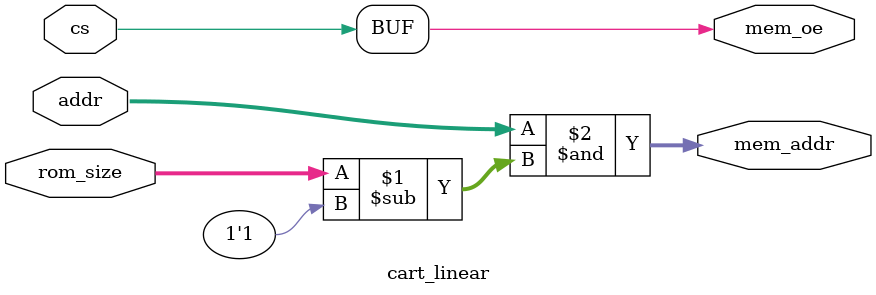
<source format=sv>
module cart_linear
(
   input     [15:0] addr,
   input            cs,
   input     [24:0] rom_size,
   output    [24:0] mem_addr,
   output           mem_oe
);

assign mem_addr  = addr & (rom_size - 1'b1);
assign mem_oe = cs;
endmodule
</source>
